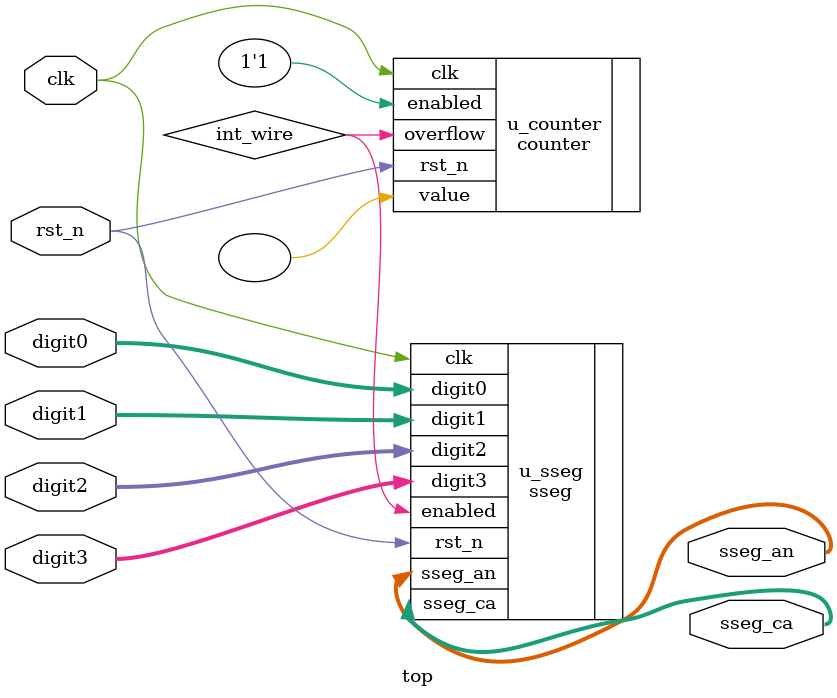
<source format=sv>
module top (
    input logic rst_n,
    input logic clk,
    input  wire  [3:0] digit0,
    input  wire  [3:0] digit1,
    input  wire  [3:0] digit2,
    input  wire  [3:0] digit3,
    output logic [3:0] sseg_an,
    output logic [6:0] sseg_ca
);
logic int_wire;

sseg u_sseg(
    .digit0,
    .digit1,
    .digit2,
    .digit3,
    .clk,
    .rst_n,
    .enabled(int_wire),
    .sseg_an,
    .sseg_ca
);

counter #(.MAX_VALUE(19'd500000), .WIDTH(19)) u_counter (
    .clk,
    .rst_n,
    .enabled(1'b1),
    .overflow(int_wire),
    .value()
);

endmodule

</source>
